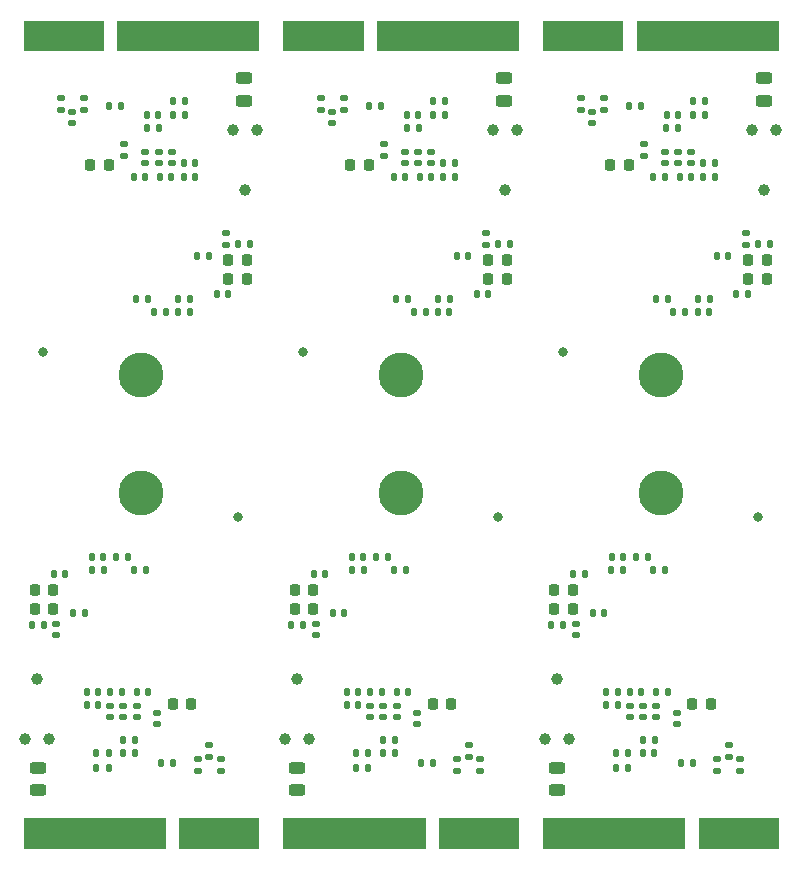
<source format=gbr>
%TF.GenerationSoftware,KiCad,Pcbnew,(7.0.0-rc2-153-g7d6218acb4)*%
%TF.CreationDate,2023-02-19T17:36:37+08:00*%
%TF.ProjectId,RAK3172-M.2-2230-Mod - panel,52414b33-3137-4322-9d4d-2e322d323233,rev?*%
%TF.SameCoordinates,Original*%
%TF.FileFunction,Soldermask,Bot*%
%TF.FilePolarity,Negative*%
%FSLAX46Y46*%
G04 Gerber Fmt 4.6, Leading zero omitted, Abs format (unit mm)*
G04 Created by KiCad (PCBNEW (7.0.0-rc2-153-g7d6218acb4)) date 2023-02-19 17:36:37*
%MOMM*%
%LPD*%
G01*
G04 APERTURE LIST*
G04 Aperture macros list*
%AMRoundRect*
0 Rectangle with rounded corners*
0 $1 Rounding radius*
0 $2 $3 $4 $5 $6 $7 $8 $9 X,Y pos of 4 corners*
0 Add a 4 corners polygon primitive as box body*
4,1,4,$2,$3,$4,$5,$6,$7,$8,$9,$2,$3,0*
0 Add four circle primitives for the rounded corners*
1,1,$1+$1,$2,$3*
1,1,$1+$1,$4,$5*
1,1,$1+$1,$6,$7*
1,1,$1+$1,$8,$9*
0 Add four rect primitives between the rounded corners*
20,1,$1+$1,$2,$3,$4,$5,0*
20,1,$1+$1,$4,$5,$6,$7,0*
20,1,$1+$1,$6,$7,$8,$9,0*
20,1,$1+$1,$8,$9,$2,$3,0*%
G04 Aperture macros list end*
%ADD10C,0.100000*%
%ADD11RoundRect,0.243750X-0.456250X0.243750X-0.456250X-0.243750X0.456250X-0.243750X0.456250X0.243750X0*%
%ADD12RoundRect,0.140000X0.140000X0.170000X-0.140000X0.170000X-0.140000X-0.170000X0.140000X-0.170000X0*%
%ADD13RoundRect,0.135000X0.185000X-0.135000X0.185000X0.135000X-0.185000X0.135000X-0.185000X-0.135000X0*%
%ADD14RoundRect,0.135000X-0.135000X-0.185000X0.135000X-0.185000X0.135000X0.185000X-0.135000X0.185000X0*%
%ADD15RoundRect,0.140000X0.170000X-0.140000X0.170000X0.140000X-0.170000X0.140000X-0.170000X-0.140000X0*%
%ADD16RoundRect,0.218750X-0.218750X-0.256250X0.218750X-0.256250X0.218750X0.256250X-0.218750X0.256250X0*%
%ADD17RoundRect,0.140000X-0.140000X-0.170000X0.140000X-0.170000X0.140000X0.170000X-0.140000X0.170000X0*%
%ADD18RoundRect,0.135000X0.135000X0.185000X-0.135000X0.185000X-0.135000X-0.185000X0.135000X-0.185000X0*%
%ADD19C,0.800000*%
%ADD20C,0.990600*%
%ADD21C,3.800000*%
%ADD22C,2.600000*%
%ADD23RoundRect,0.243750X0.456250X-0.243750X0.456250X0.243750X-0.456250X0.243750X-0.456250X-0.243750X0*%
%ADD24RoundRect,0.218750X0.218750X0.256250X-0.218750X0.256250X-0.218750X-0.256250X0.218750X-0.256250X0*%
%ADD25RoundRect,0.140000X-0.170000X0.140000X-0.170000X-0.140000X0.170000X-0.140000X0.170000X0.140000X0*%
%ADD26RoundRect,0.135000X-0.185000X0.135000X-0.185000X-0.135000X0.185000X-0.135000X0.185000X0.135000X0*%
G04 APERTURE END LIST*
%TO.C,J301*%
G36*
X189725000Y-43475000D02*
G01*
X183025000Y-43475000D01*
X183025000Y-40975000D01*
X189725000Y-40975000D01*
X189725000Y-43475000D01*
G37*
D10*
X189725000Y-43475000D02*
X183025000Y-43475000D01*
X183025000Y-40975000D01*
X189725000Y-40975000D01*
X189725000Y-43475000D01*
G36*
X202875000Y-43475000D02*
G01*
X190925000Y-43475000D01*
X190925000Y-40975000D01*
X202875000Y-40975000D01*
X202875000Y-43475000D01*
G37*
X202875000Y-43475000D02*
X190925000Y-43475000D01*
X190925000Y-40975000D01*
X202875000Y-40975000D01*
X202875000Y-43475000D01*
G36*
X202875000Y-110975000D02*
G01*
X196175000Y-110975000D01*
X196175000Y-108475000D01*
X202875000Y-108475000D01*
X202875000Y-110975000D01*
G37*
X202875000Y-110975000D02*
X196175000Y-110975000D01*
X196175000Y-108475000D01*
X202875000Y-108475000D01*
X202875000Y-110975000D01*
G36*
X194975000Y-110975000D02*
G01*
X183025000Y-110975000D01*
X183025000Y-108475000D01*
X194975000Y-108475000D01*
X194975000Y-110975000D01*
G37*
X194975000Y-110975000D02*
X183025000Y-110975000D01*
X183025000Y-108475000D01*
X194975000Y-108475000D01*
X194975000Y-110975000D01*
G36*
X158875000Y-43475000D02*
G01*
X146925000Y-43475000D01*
X146925000Y-40975000D01*
X158875000Y-40975000D01*
X158875000Y-43475000D01*
G37*
X158875000Y-43475000D02*
X146925000Y-43475000D01*
X146925000Y-40975000D01*
X158875000Y-40975000D01*
X158875000Y-43475000D01*
G36*
X145725000Y-43475000D02*
G01*
X139025000Y-43475000D01*
X139025000Y-40975000D01*
X145725000Y-40975000D01*
X145725000Y-43475000D01*
G37*
X145725000Y-43475000D02*
X139025000Y-43475000D01*
X139025000Y-40975000D01*
X145725000Y-40975000D01*
X145725000Y-43475000D01*
G36*
X167725000Y-43475000D02*
G01*
X161025000Y-43475000D01*
X161025000Y-40975000D01*
X167725000Y-40975000D01*
X167725000Y-43475000D01*
G37*
X167725000Y-43475000D02*
X161025000Y-43475000D01*
X161025000Y-40975000D01*
X167725000Y-40975000D01*
X167725000Y-43475000D01*
G36*
X180875000Y-43475000D02*
G01*
X168925000Y-43475000D01*
X168925000Y-40975000D01*
X180875000Y-40975000D01*
X180875000Y-43475000D01*
G37*
X180875000Y-43475000D02*
X168925000Y-43475000D01*
X168925000Y-40975000D01*
X180875000Y-40975000D01*
X180875000Y-43475000D01*
G36*
X180875000Y-110975000D02*
G01*
X174175000Y-110975000D01*
X174175000Y-108475000D01*
X180875000Y-108475000D01*
X180875000Y-110975000D01*
G37*
X180875000Y-110975000D02*
X174175000Y-110975000D01*
X174175000Y-108475000D01*
X180875000Y-108475000D01*
X180875000Y-110975000D01*
G36*
X172975000Y-110975000D02*
G01*
X161025000Y-110975000D01*
X161025000Y-108475000D01*
X172975000Y-108475000D01*
X172975000Y-110975000D01*
G37*
X172975000Y-110975000D02*
X161025000Y-110975000D01*
X161025000Y-108475000D01*
X172975000Y-108475000D01*
X172975000Y-110975000D01*
G36*
X150975000Y-110975000D02*
G01*
X139025000Y-110975000D01*
X139025000Y-108475000D01*
X150975000Y-108475000D01*
X150975000Y-110975000D01*
G37*
X150975000Y-110975000D02*
X139025000Y-110975000D01*
X139025000Y-108475000D01*
X150975000Y-108475000D01*
X150975000Y-110975000D01*
G36*
X158875000Y-110975000D02*
G01*
X152175000Y-110975000D01*
X152175000Y-108475000D01*
X158875000Y-108475000D01*
X158875000Y-110975000D01*
G37*
X158875000Y-110975000D02*
X152175000Y-110975000D01*
X152175000Y-108475000D01*
X158875000Y-108475000D01*
X158875000Y-110975000D01*
%TD*%
D11*
%TO.C,F301*%
X201700000Y-47712500D03*
X201700000Y-45837500D03*
%TD*%
D12*
%TO.C,C209*%
X192340000Y-54175000D03*
X193300000Y-54175000D03*
%TD*%
%TO.C,C205*%
X197720000Y-60875000D03*
X198680000Y-60875000D03*
%TD*%
D13*
%TO.C,R302*%
X188150000Y-47465000D03*
X188150000Y-48485000D03*
%TD*%
D14*
%TO.C,R401*%
X194460000Y-50075000D03*
X193440000Y-50075000D03*
%TD*%
D15*
%TO.C,C212*%
X191550000Y-51415000D03*
X191550000Y-52375000D03*
%TD*%
D16*
%TO.C,L202*%
X201937500Y-62825000D03*
X200362500Y-62825000D03*
%TD*%
D13*
%TO.C,R301*%
X186200000Y-47465000D03*
X186200000Y-48485000D03*
%TD*%
D17*
%TO.C,C211*%
X197080000Y-65625000D03*
X196120000Y-65625000D03*
%TD*%
D18*
%TO.C,R204*%
X192540000Y-64525000D03*
X193560000Y-64525000D03*
%TD*%
D14*
%TO.C,R202*%
X197110000Y-64525000D03*
X196090000Y-64525000D03*
%TD*%
D17*
%TO.C,C202*%
X197530000Y-53025000D03*
X196570000Y-53025000D03*
%TD*%
D15*
%TO.C,C210*%
X193300000Y-52045000D03*
X193300000Y-53005000D03*
%TD*%
%TO.C,C301*%
X187150000Y-48695000D03*
X187150000Y-49655000D03*
%TD*%
D16*
%TO.C,L201*%
X201937500Y-61175000D03*
X200362500Y-61175000D03*
%TD*%
D14*
%TO.C,R403*%
X191260000Y-48175000D03*
X190240000Y-48175000D03*
%TD*%
%TO.C,R404*%
X196710000Y-48975000D03*
X195690000Y-48975000D03*
%TD*%
D17*
%TO.C,C208*%
X195530000Y-54175000D03*
X194570000Y-54175000D03*
%TD*%
D15*
%TO.C,C204*%
X195550000Y-52045000D03*
X195550000Y-53005000D03*
%TD*%
D14*
%TO.C,R201*%
X202210000Y-59825000D03*
X201190000Y-59825000D03*
%TD*%
D16*
%TO.C,L203*%
X190250000Y-53175000D03*
X188675000Y-53175000D03*
%TD*%
D18*
%TO.C,R402*%
X195690000Y-47725000D03*
X196710000Y-47725000D03*
%TD*%
D19*
%TO.C,SW201*%
X184700000Y-68975000D03*
%TD*%
D17*
%TO.C,C201*%
X197530000Y-54175000D03*
X196570000Y-54175000D03*
%TD*%
D15*
%TO.C,C203*%
X200150000Y-58945000D03*
X200150000Y-59905000D03*
%TD*%
D14*
%TO.C,R203*%
X195060000Y-65625000D03*
X194040000Y-65625000D03*
%TD*%
D20*
%TO.C,CN201*%
X202766000Y-50185000D03*
X200734000Y-50185000D03*
X201750000Y-55265000D03*
%TD*%
D21*
%TO.C,H301*%
X192950000Y-70975000D03*
D22*
X192950000Y-70975000D03*
%TD*%
D12*
%TO.C,C206*%
X199370000Y-64125000D03*
X200330000Y-64125000D03*
%TD*%
D17*
%TO.C,C401*%
X194430000Y-48975000D03*
X193470000Y-48975000D03*
%TD*%
D15*
%TO.C,C207*%
X194450000Y-52045000D03*
X194450000Y-53005000D03*
%TD*%
D23*
%TO.C,F301*%
X184200000Y-104237500D03*
X184200000Y-106112500D03*
%TD*%
D17*
%TO.C,C209*%
X193560000Y-97775000D03*
X192600000Y-97775000D03*
%TD*%
D24*
%TO.C,L201*%
X183962500Y-90775000D03*
X185537500Y-90775000D03*
%TD*%
D17*
%TO.C,C205*%
X188180000Y-91075000D03*
X187220000Y-91075000D03*
%TD*%
D18*
%TO.C,R404*%
X189190000Y-102975000D03*
X190210000Y-102975000D03*
%TD*%
%TO.C,R201*%
X183690000Y-92125000D03*
X184710000Y-92125000D03*
%TD*%
%TO.C,R401*%
X191440000Y-101875000D03*
X192460000Y-101875000D03*
%TD*%
D25*
%TO.C,C204*%
X190350000Y-99905000D03*
X190350000Y-98945000D03*
%TD*%
%TO.C,C212*%
X194350000Y-100535000D03*
X194350000Y-99575000D03*
%TD*%
D12*
%TO.C,C208*%
X190370000Y-97775000D03*
X191330000Y-97775000D03*
%TD*%
%TO.C,C202*%
X188370000Y-98925000D03*
X189330000Y-98925000D03*
%TD*%
D26*
%TO.C,R301*%
X199700000Y-104485000D03*
X199700000Y-103465000D03*
%TD*%
D14*
%TO.C,R204*%
X193360000Y-87425000D03*
X192340000Y-87425000D03*
%TD*%
D25*
%TO.C,C210*%
X192600000Y-99905000D03*
X192600000Y-98945000D03*
%TD*%
D18*
%TO.C,R403*%
X194640000Y-103775000D03*
X195660000Y-103775000D03*
%TD*%
%TO.C,R203*%
X190840000Y-86325000D03*
X191860000Y-86325000D03*
%TD*%
D12*
%TO.C,C211*%
X188820000Y-86325000D03*
X189780000Y-86325000D03*
%TD*%
D24*
%TO.C,L202*%
X183962500Y-89125000D03*
X185537500Y-89125000D03*
%TD*%
D18*
%TO.C,R202*%
X188790000Y-87425000D03*
X189810000Y-87425000D03*
%TD*%
D17*
%TO.C,C206*%
X186530000Y-87825000D03*
X185570000Y-87825000D03*
%TD*%
D21*
%TO.C,H301*%
X192950000Y-80975000D03*
D22*
X192950000Y-80975000D03*
%TD*%
D19*
%TO.C,SW201*%
X201200000Y-82975000D03*
%TD*%
D12*
%TO.C,C201*%
X188370000Y-97775000D03*
X189330000Y-97775000D03*
%TD*%
D14*
%TO.C,R402*%
X190210000Y-104225000D03*
X189190000Y-104225000D03*
%TD*%
D26*
%TO.C,R302*%
X197750000Y-104485000D03*
X197750000Y-103465000D03*
%TD*%
D24*
%TO.C,L203*%
X195650000Y-98775000D03*
X197225000Y-98775000D03*
%TD*%
D25*
%TO.C,C207*%
X191450000Y-99905000D03*
X191450000Y-98945000D03*
%TD*%
%TO.C,C301*%
X198750000Y-103255000D03*
X198750000Y-102295000D03*
%TD*%
D12*
%TO.C,C401*%
X191470000Y-102975000D03*
X192430000Y-102975000D03*
%TD*%
D25*
%TO.C,C203*%
X185750000Y-93005000D03*
X185750000Y-92045000D03*
%TD*%
D20*
%TO.C,CN201*%
X183134000Y-101765000D03*
X185166000Y-101765000D03*
X184150000Y-96685000D03*
%TD*%
D11*
%TO.C,F301*%
X157700000Y-45837500D03*
X157700000Y-47712500D03*
%TD*%
D12*
%TO.C,C209*%
X149300000Y-54175000D03*
X148340000Y-54175000D03*
%TD*%
%TO.C,C205*%
X154680000Y-60875000D03*
X153720000Y-60875000D03*
%TD*%
D13*
%TO.C,R302*%
X144150000Y-48485000D03*
X144150000Y-47465000D03*
%TD*%
D14*
%TO.C,R401*%
X149440000Y-50075000D03*
X150460000Y-50075000D03*
%TD*%
D15*
%TO.C,C212*%
X147550000Y-52375000D03*
X147550000Y-51415000D03*
%TD*%
D16*
%TO.C,L202*%
X156362500Y-62825000D03*
X157937500Y-62825000D03*
%TD*%
D13*
%TO.C,R301*%
X142200000Y-48485000D03*
X142200000Y-47465000D03*
%TD*%
D17*
%TO.C,C211*%
X152120000Y-65625000D03*
X153080000Y-65625000D03*
%TD*%
D18*
%TO.C,R204*%
X149560000Y-64525000D03*
X148540000Y-64525000D03*
%TD*%
D14*
%TO.C,R202*%
X152090000Y-64525000D03*
X153110000Y-64525000D03*
%TD*%
D17*
%TO.C,C202*%
X152570000Y-53025000D03*
X153530000Y-53025000D03*
%TD*%
D15*
%TO.C,C210*%
X149300000Y-53005000D03*
X149300000Y-52045000D03*
%TD*%
%TO.C,C301*%
X143150000Y-49655000D03*
X143150000Y-48695000D03*
%TD*%
D16*
%TO.C,L201*%
X156362500Y-61175000D03*
X157937500Y-61175000D03*
%TD*%
D14*
%TO.C,R403*%
X146240000Y-48175000D03*
X147260000Y-48175000D03*
%TD*%
%TO.C,R404*%
X151690000Y-48975000D03*
X152710000Y-48975000D03*
%TD*%
D17*
%TO.C,C208*%
X150570000Y-54175000D03*
X151530000Y-54175000D03*
%TD*%
D15*
%TO.C,C204*%
X151550000Y-53005000D03*
X151550000Y-52045000D03*
%TD*%
D14*
%TO.C,R201*%
X157190000Y-59825000D03*
X158210000Y-59825000D03*
%TD*%
D16*
%TO.C,L203*%
X144675000Y-53175000D03*
X146250000Y-53175000D03*
%TD*%
D18*
%TO.C,R402*%
X152710000Y-47725000D03*
X151690000Y-47725000D03*
%TD*%
D19*
%TO.C,SW201*%
X140700000Y-68975000D03*
%TD*%
D17*
%TO.C,C201*%
X152570000Y-54175000D03*
X153530000Y-54175000D03*
%TD*%
D15*
%TO.C,C203*%
X156150000Y-59905000D03*
X156150000Y-58945000D03*
%TD*%
D14*
%TO.C,R203*%
X150040000Y-65625000D03*
X151060000Y-65625000D03*
%TD*%
D20*
%TO.C,CN201*%
X157750000Y-55265000D03*
X156734000Y-50185000D03*
X158766000Y-50185000D03*
%TD*%
D22*
%TO.C,H301*%
X148950000Y-70975000D03*
D21*
X148950000Y-70975000D03*
%TD*%
D12*
%TO.C,C206*%
X156330000Y-64125000D03*
X155370000Y-64125000D03*
%TD*%
D17*
%TO.C,C401*%
X149470000Y-48975000D03*
X150430000Y-48975000D03*
%TD*%
D15*
%TO.C,C207*%
X150450000Y-53005000D03*
X150450000Y-52045000D03*
%TD*%
D14*
%TO.C,R404*%
X174710000Y-48975000D03*
X173690000Y-48975000D03*
%TD*%
D12*
%TO.C,C209*%
X170340000Y-54175000D03*
X171300000Y-54175000D03*
%TD*%
%TO.C,C205*%
X175720000Y-60875000D03*
X176680000Y-60875000D03*
%TD*%
D11*
%TO.C,F301*%
X179700000Y-47712500D03*
X179700000Y-45837500D03*
%TD*%
D14*
%TO.C,R201*%
X180210000Y-59825000D03*
X179190000Y-59825000D03*
%TD*%
D16*
%TO.C,L201*%
X179937500Y-61175000D03*
X178362500Y-61175000D03*
%TD*%
D14*
%TO.C,R401*%
X172460000Y-50075000D03*
X171440000Y-50075000D03*
%TD*%
D15*
%TO.C,C204*%
X173550000Y-52045000D03*
X173550000Y-53005000D03*
%TD*%
D16*
%TO.C,L202*%
X179937500Y-62825000D03*
X178362500Y-62825000D03*
%TD*%
D14*
%TO.C,R403*%
X169260000Y-48175000D03*
X168240000Y-48175000D03*
%TD*%
D17*
%TO.C,C202*%
X175530000Y-53025000D03*
X174570000Y-53025000D03*
%TD*%
D13*
%TO.C,R301*%
X164200000Y-47465000D03*
X164200000Y-48485000D03*
%TD*%
D17*
%TO.C,C211*%
X175080000Y-65625000D03*
X174120000Y-65625000D03*
%TD*%
D15*
%TO.C,C210*%
X171300000Y-52045000D03*
X171300000Y-53005000D03*
%TD*%
D17*
%TO.C,C208*%
X173530000Y-54175000D03*
X172570000Y-54175000D03*
%TD*%
D18*
%TO.C,R204*%
X170540000Y-64525000D03*
X171560000Y-64525000D03*
%TD*%
D14*
%TO.C,R202*%
X175110000Y-64525000D03*
X174090000Y-64525000D03*
%TD*%
D15*
%TO.C,C212*%
X169550000Y-51415000D03*
X169550000Y-52375000D03*
%TD*%
D13*
%TO.C,R302*%
X166150000Y-47465000D03*
X166150000Y-48485000D03*
%TD*%
D15*
%TO.C,C301*%
X165150000Y-48695000D03*
X165150000Y-49655000D03*
%TD*%
D16*
%TO.C,L203*%
X168250000Y-53175000D03*
X166675000Y-53175000D03*
%TD*%
D18*
%TO.C,R402*%
X173690000Y-47725000D03*
X174710000Y-47725000D03*
%TD*%
D15*
%TO.C,C207*%
X172450000Y-52045000D03*
X172450000Y-53005000D03*
%TD*%
D14*
%TO.C,R203*%
X173060000Y-65625000D03*
X172040000Y-65625000D03*
%TD*%
D17*
%TO.C,C201*%
X175530000Y-54175000D03*
X174570000Y-54175000D03*
%TD*%
D21*
%TO.C,H301*%
X170950000Y-70975000D03*
D22*
X170950000Y-70975000D03*
%TD*%
D19*
%TO.C,SW201*%
X162700000Y-68975000D03*
%TD*%
D20*
%TO.C,CN201*%
X180766000Y-50185000D03*
X178734000Y-50185000D03*
X179750000Y-55265000D03*
%TD*%
D12*
%TO.C,C206*%
X177370000Y-64125000D03*
X178330000Y-64125000D03*
%TD*%
D17*
%TO.C,C401*%
X172430000Y-48975000D03*
X171470000Y-48975000D03*
%TD*%
D15*
%TO.C,C203*%
X178150000Y-58945000D03*
X178150000Y-59905000D03*
%TD*%
D23*
%TO.C,F301*%
X162200000Y-104237500D03*
X162200000Y-106112500D03*
%TD*%
D17*
%TO.C,C209*%
X171560000Y-97775000D03*
X170600000Y-97775000D03*
%TD*%
D24*
%TO.C,L201*%
X161962500Y-90775000D03*
X163537500Y-90775000D03*
%TD*%
D18*
%TO.C,R404*%
X167190000Y-102975000D03*
X168210000Y-102975000D03*
%TD*%
%TO.C,R201*%
X161690000Y-92125000D03*
X162710000Y-92125000D03*
%TD*%
%TO.C,R401*%
X169440000Y-101875000D03*
X170460000Y-101875000D03*
%TD*%
D25*
%TO.C,C204*%
X168350000Y-99905000D03*
X168350000Y-98945000D03*
%TD*%
D17*
%TO.C,C205*%
X166180000Y-91075000D03*
X165220000Y-91075000D03*
%TD*%
D25*
%TO.C,C212*%
X172350000Y-100535000D03*
X172350000Y-99575000D03*
%TD*%
D12*
%TO.C,C208*%
X168370000Y-97775000D03*
X169330000Y-97775000D03*
%TD*%
%TO.C,C201*%
X166370000Y-97775000D03*
X167330000Y-97775000D03*
%TD*%
%TO.C,C202*%
X166370000Y-98925000D03*
X167330000Y-98925000D03*
%TD*%
D14*
%TO.C,R402*%
X168210000Y-104225000D03*
X167190000Y-104225000D03*
%TD*%
D26*
%TO.C,R301*%
X177700000Y-104485000D03*
X177700000Y-103465000D03*
%TD*%
D14*
%TO.C,R204*%
X171360000Y-87425000D03*
X170340000Y-87425000D03*
%TD*%
D25*
%TO.C,C210*%
X170600000Y-99905000D03*
X170600000Y-98945000D03*
%TD*%
%TO.C,C207*%
X169450000Y-99905000D03*
X169450000Y-98945000D03*
%TD*%
D26*
%TO.C,R302*%
X175750000Y-104485000D03*
X175750000Y-103465000D03*
%TD*%
D25*
%TO.C,C301*%
X176750000Y-103255000D03*
X176750000Y-102295000D03*
%TD*%
D12*
%TO.C,C401*%
X169470000Y-102975000D03*
X170430000Y-102975000D03*
%TD*%
D24*
%TO.C,L203*%
X173650000Y-98775000D03*
X175225000Y-98775000D03*
%TD*%
D12*
%TO.C,C211*%
X166820000Y-86325000D03*
X167780000Y-86325000D03*
%TD*%
D18*
%TO.C,R203*%
X168840000Y-86325000D03*
X169860000Y-86325000D03*
%TD*%
%TO.C,R202*%
X166790000Y-87425000D03*
X167810000Y-87425000D03*
%TD*%
%TO.C,R403*%
X172640000Y-103775000D03*
X173660000Y-103775000D03*
%TD*%
D17*
%TO.C,C206*%
X164530000Y-87825000D03*
X163570000Y-87825000D03*
%TD*%
D21*
%TO.C,H301*%
X170950000Y-80975000D03*
D22*
X170950000Y-80975000D03*
%TD*%
D24*
%TO.C,L202*%
X161962500Y-89125000D03*
X163537500Y-89125000D03*
%TD*%
D25*
%TO.C,C203*%
X163750000Y-93005000D03*
X163750000Y-92045000D03*
%TD*%
D19*
%TO.C,SW201*%
X179200000Y-82975000D03*
%TD*%
D20*
%TO.C,CN201*%
X161134000Y-101765000D03*
X163166000Y-101765000D03*
X162150000Y-96685000D03*
%TD*%
%TO.C,CN201*%
X140150000Y-96685000D03*
X141166000Y-101765000D03*
X139134000Y-101765000D03*
%TD*%
D22*
%TO.C,H301*%
X148950000Y-80975000D03*
D21*
X148950000Y-80975000D03*
%TD*%
D19*
%TO.C,SW201*%
X157200000Y-82975000D03*
%TD*%
D17*
%TO.C,C206*%
X141570000Y-87825000D03*
X142530000Y-87825000D03*
%TD*%
D26*
%TO.C,R302*%
X153750000Y-103465000D03*
X153750000Y-104485000D03*
%TD*%
D12*
%TO.C,C401*%
X148430000Y-102975000D03*
X147470000Y-102975000D03*
%TD*%
D18*
%TO.C,R403*%
X151660000Y-103775000D03*
X150640000Y-103775000D03*
%TD*%
%TO.C,R202*%
X145810000Y-87425000D03*
X144790000Y-87425000D03*
%TD*%
D25*
%TO.C,C203*%
X141750000Y-92045000D03*
X141750000Y-93005000D03*
%TD*%
D18*
%TO.C,R203*%
X147860000Y-86325000D03*
X146840000Y-86325000D03*
%TD*%
D25*
%TO.C,C301*%
X154750000Y-102295000D03*
X154750000Y-103255000D03*
%TD*%
D12*
%TO.C,C211*%
X145780000Y-86325000D03*
X144820000Y-86325000D03*
%TD*%
D24*
%TO.C,L203*%
X153225000Y-98775000D03*
X151650000Y-98775000D03*
%TD*%
%TO.C,L202*%
X141537500Y-89125000D03*
X139962500Y-89125000D03*
%TD*%
D25*
%TO.C,C204*%
X146350000Y-98945000D03*
X146350000Y-99905000D03*
%TD*%
D23*
%TO.C,F301*%
X140200000Y-106112500D03*
X140200000Y-104237500D03*
%TD*%
D26*
%TO.C,R301*%
X155700000Y-103465000D03*
X155700000Y-104485000D03*
%TD*%
D24*
%TO.C,L201*%
X141537500Y-90775000D03*
X139962500Y-90775000D03*
%TD*%
D14*
%TO.C,R402*%
X145190000Y-104225000D03*
X146210000Y-104225000D03*
%TD*%
D18*
%TO.C,R401*%
X148460000Y-101875000D03*
X147440000Y-101875000D03*
%TD*%
D17*
%TO.C,C205*%
X143220000Y-91075000D03*
X144180000Y-91075000D03*
%TD*%
D25*
%TO.C,C210*%
X148600000Y-98945000D03*
X148600000Y-99905000D03*
%TD*%
D18*
%TO.C,R201*%
X140710000Y-92125000D03*
X139690000Y-92125000D03*
%TD*%
%TO.C,R404*%
X146210000Y-102975000D03*
X145190000Y-102975000D03*
%TD*%
D14*
%TO.C,R204*%
X148340000Y-87425000D03*
X149360000Y-87425000D03*
%TD*%
D12*
%TO.C,C202*%
X145330000Y-98925000D03*
X144370000Y-98925000D03*
%TD*%
D17*
%TO.C,C209*%
X148600000Y-97775000D03*
X149560000Y-97775000D03*
%TD*%
D12*
%TO.C,C201*%
X145330000Y-97775000D03*
X144370000Y-97775000D03*
%TD*%
%TO.C,C208*%
X147330000Y-97775000D03*
X146370000Y-97775000D03*
%TD*%
D25*
%TO.C,C212*%
X150350000Y-99575000D03*
X150350000Y-100535000D03*
%TD*%
%TO.C,C207*%
X147450000Y-98945000D03*
X147450000Y-99905000D03*
%TD*%
M02*

</source>
